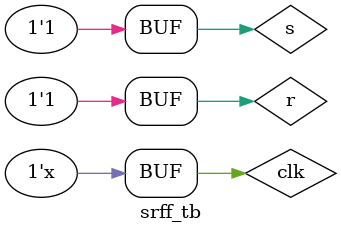
<source format=v>
module srff(s,r,clk,q,qbar);
input s,r,clk;
output reg q,qbar;
always@(posedge clk)
begin
if(s == 1)
begin
q=1;
qbar = 0;
end
else if(r == 1)
begin
q=0;
qbar=1;
end
else if(s == 0 & r == 0)
begin
q <= q;
qbar <= qbar;
end
end
endmodule


module srff_tb();
reg s,r,clk;
wire q,qbar;
srff uut(.s(s),.r(r),.clk(clk),.q(q),.qbar(qbar));
initial
begin
s=0;
r=0;
clk=0;

#2 s=0;
#2 r=1;
#2 s=0;
#2 r=0;
#2 s=0;
#2 r=1;
#2 s=1;
#2 r=0;
#2 s=1;
#2 r=1;
end 
always #1 clk=!clk;
endmodule

</source>
